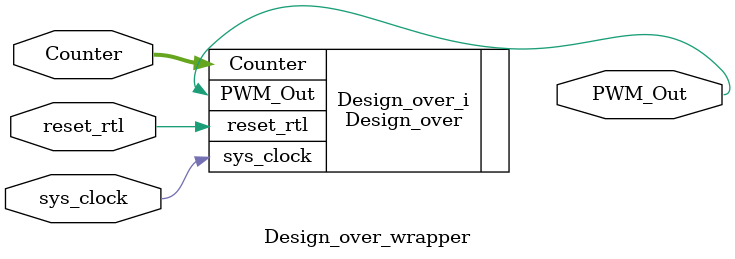
<source format=v>
`timescale 1 ps / 1 ps

module Design_over_wrapper
   (Counter,
    PWM_Out,
    reset_rtl,
    sys_clock);
  input [3:0]Counter;
  output PWM_Out;
  input reset_rtl;
  input sys_clock;

  wire [3:0]Counter;
  wire PWM_Out;
  wire reset_rtl;
  wire sys_clock;

  Design_over Design_over_i
       (.Counter(Counter),
        .PWM_Out(PWM_Out),
        .reset_rtl(reset_rtl),
        .sys_clock(sys_clock));
endmodule

</source>
